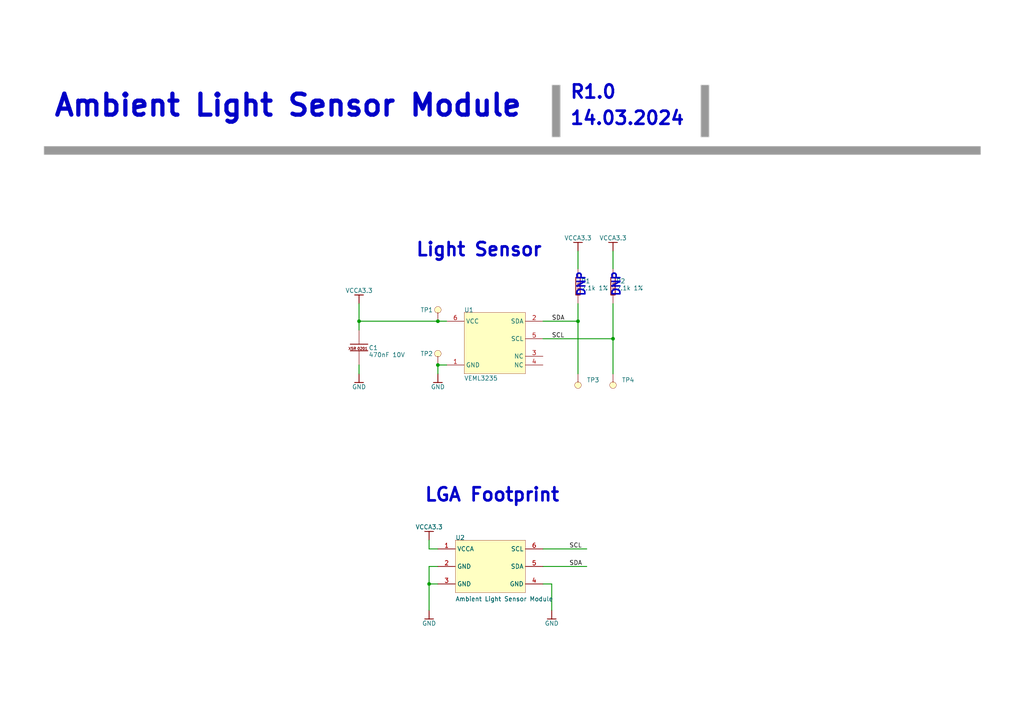
<source format=kicad_sch>
(kicad_sch (version 20231120) (generator "eeschema") (generator_version "8.0")
  (paper "A4")
  (title_block (title "Ambient Light Sensor Module") (date "2024-03-14") (rev "1.0") (company "OV Tech"))
  (lib_symbols
    (symbol "KiCad ABLS-PCB-R01_Raw-altium-import:GND_BAR" (power)
      (property "Reference" "#PWR" (at 0 0 0))
      (property "Value" "GND" (at 0 3.81 0))
      (symbol "GND_BAR_0_0"
        (polyline (pts (xy -1.27 -2.54) (xy 1.27 -2.54)) (stroke (width 0.254)))
        (polyline (pts (xy 0 0) (xy 0 -2.54)) (stroke (width 0.254)))
        (pin power_in line (at 0 0 0) (length 0) hide (name "GND") (number ""))
      )
    )
    (symbol "KiCad ABLS-PCB-R01_Raw-altium-import:VCCA3.3_BAR" (power)
      (property "Reference" "#PWR" (at 0 0 0))
      (property "Value" "VCCA3.3" (at 0 3.81 0))
      (symbol "VCCA3.3_BAR_0_0"
        (polyline (pts (xy -1.27 -2.54) (xy 1.27 -2.54)) (stroke (width 0.254)))
        (polyline (pts (xy 0 0) (xy 0 -2.54)) (stroke (width 0.254)))
        (pin power_in line (at 0 0 0) (length 0) hide (name "VCCA3.3") (number ""))
      )
    )
    (symbol "KiCad ABLS-PCB-R01_Raw-altium-import:root_0_ABLS-MOD-R01"
      (symbol "root_0_ABLS-MOD-R01_1_0"
        (rectangle (start 25.4 15.24) (end 5.08 0) (stroke (width 0.0254) (color 128 0 0 1)) (fill (type background)))
        (pin passive line (at 0 12.7 0) (length 5.08) (name "VCCA") (number "1"))
        (pin passive line (at 0 7.62 0) (length 5.08) (name "GND") (number "2"))
        (pin passive line (at 0 2.54 0) (length 5.08) (name "GND") (number "3"))
        (pin passive line (at 30.48 2.54 180) (length 5.08) (name "GND") (number "4"))
        (pin passive line (at 30.48 7.62 180) (length 5.08) (name "SDA") (number "5"))
        (pin passive line (at 30.48 12.7 180) (length 5.08) (name "SCL") (number "6"))
      )
    )
    (symbol "KiCad ABLS-PCB-R01_Raw-altium-import:root_0_Ambient Light Sensor_VEML3235"
      (symbol "root_0_Ambient Light Sensor_VEML3235_1_0"
        (rectangle (start 22.86 17.78) (end 5.08 0) (stroke (width 0.0254) (color 128 0 0 1)) (fill (type background)))
        (pin passive line (at 0 2.54 0) (length 5.08) (name "GND") (number "1"))
        (pin passive line (at 27.94 15.24 180) (length 5.08) (name "SDA") (number "2"))
        (pin passive line (at 27.94 5.08 180) (length 5.08) (name "NC") (number "3"))
        (pin passive line (at 27.94 2.54 180) (length 5.08) (name "NC") (number "4"))
        (pin passive line (at 27.94 10.16 180) (length 5.08) (name "SCL") (number "5"))
        (pin passive line (at 0 15.24 0) (length 5.08) (name "VCC") (number "6"))
      )
    )
    (symbol "KiCad ABLS-PCB-R01_Raw-altium-import:root_0_mirrored_CAP_0201_470nF_10V"
      (symbol "root_0_mirrored_CAP_0201_470nF_10V_1_0"
        (polyline (pts (xy 2.54 4.128) (xy -2.54 4.128)) (stroke (width 0.254)))
        (polyline (pts (xy 2.54 6.033) (xy -2.54 6.033)) (stroke (width 0.254)))
        (text "0201" (at 2.54 4.318 0) (effects (font (size 0.762 0.762)) (justify right bottom)))
        (text "X5R" (at -0.762 4.318 0) (effects (font (size 0.762 0.762)) (justify right bottom)))
        (pin passive line (at 0 10.16 270) (length 4.064) (name "1") (number "1"))
        (pin passive line (at 0 0 90) (length 4.064) (name "2") (number "2"))
      )
    )
    (symbol "KiCad ABLS-PCB-R01_Raw-altium-import:root_1_RES_0201_2.1k_1%"
      (symbol "root_1_RES_0201_2.1k_1%_1_0"
        (polyline (pts (xy 0.635 7.62) (xy 0 7.62)) (stroke (width 0.254)))
        (polyline (pts (xy 0 7.62) (xy -0.635 7.62) (xy -0.635 2.54) (xy 0.635 2.54) (xy 0.635 7.62)) (stroke (width 0.254)))
        (text "0201" (at 0.762 3.81 900) (effects (font (size 0.762 0.762)) (justify left bottom)))
        (pin passive line (at 0 0 90) (length 2.54) (name "1") (number "1"))
        (pin passive line (at 0 10.16 270) (length 2.54) (name "2") (number "2"))
      )
    )
    (symbol "KiCad ABLS-PCB-R01_Raw-altium-import:root_1_Testpoint 0.5mm"
      (symbol "root_1_Testpoint 0.5mm_1_0"
        (circle (center 0 3.302) (radius 0.953) (stroke (width 0.0254)) (fill (type background)))
        (pin passive line (at 0 0 90) (length 2.54) (name "TP") (number "TP"))
      )
    )
    (symbol "KiCad ABLS-PCB-R01_Raw-altium-import:root_3_Testpoint 0.5mm"
      (symbol "root_3_Testpoint 0.5mm_1_0"
        (circle (center 0 -3.302) (radius 0.953) (stroke (width 0.0254)) (fill (type background)))
        (pin passive line (at 0 0 270) (length 2.54) (name "TP") (number "TP"))
      )
    )
  )
  (junction (at 104.14 93.1672))
  (junction (at 127 93.1672))
  (junction (at 167.64 93.1672))
  (junction (at 177.8 98.2472))
  (junction (at 127 105.8672))
  (junction (at 124.46 169.3672))
  (wire (pts (xy 177.8 108.4072) (xy 177.8 98.2472)) (stroke (width 0.254)))
  (wire (pts (xy 157.48 159.2072) (xy 170.18 159.2072)) (stroke (width 0.254)))
  (wire (pts (xy 124.46 164.2872) (xy 127 164.2872)) (stroke (width 0.254)))
  (wire (pts (xy 124.46 169.3672) (xy 124.46 176.9872)) (stroke (width 0.254)))
  (wire (pts (xy 127 105.8672) (xy 129.54 105.8672)) (stroke (width 0.254)))
  (wire (pts (xy 124.46 159.2072) (xy 127 159.2072)) (stroke (width 0.254)))
  (wire (pts (xy 167.64 77.9272) (xy 167.64 72.8472)) (stroke (width 0.254)))
  (wire (pts (xy 157.48 98.2472) (xy 177.8 98.2472)) (stroke (width 0.254)))
  (wire (pts (xy 104.14 95.7072) (xy 104.14 93.1672)) (stroke (width 0.254)))
  (wire (pts (xy 167.64 93.1672) (xy 167.64 88.0872)) (stroke (width 0.254)))
  (wire (pts (xy 177.8 72.8472) (xy 177.8 77.9272)) (stroke (width 0.254)))
  (wire (pts (xy 104.14 93.1672) (xy 104.14 88.0872)) (stroke (width 0.254)))
  (wire (pts (xy 177.8 98.2472) (xy 177.8 88.0872)) (stroke (width 0.254)))
  (wire (pts (xy 157.48 93.1672) (xy 167.64 93.1672)) (stroke (width 0.254)))
  (wire (pts (xy 157.48 164.2872) (xy 170.18 164.2872)) (stroke (width 0.254)))
  (wire (pts (xy 127 93.1672) (xy 104.14 93.1672)) (stroke (width 0.254)))
  (wire (pts (xy 127 169.3672) (xy 124.46 169.3672)) (stroke (width 0.254)))
  (wire (pts (xy 160.02 169.3672) (xy 160.02 176.9872)) (stroke (width 0.254)))
  (wire (pts (xy 127 108.4072) (xy 127 105.8672)) (stroke (width 0.254)))
  (wire (pts (xy 104.14 105.8672) (xy 104.14 108.4072)) (stroke (width 0.254)))
  (wire (pts (xy 124.46 156.6672) (xy 124.46 159.2072)) (stroke (width 0.254)))
  (wire (pts (xy 129.54 93.1672) (xy 127 93.1672)) (stroke (width 0.254)))
  (wire (pts (xy 167.64 108.4072) (xy 167.64 93.1672)) (stroke (width 0.254)))
  (wire (pts (xy 124.46 169.3672) (xy 124.46 164.2872)) (stroke (width 0.254)))
  (wire (pts (xy 157.48 169.3672) (xy 160.02 169.3672)) (stroke (width 0.254)))
  (rectangle (start 162.56 24.5872) (end 160.02 39.8272) (stroke (width 0.0254) (color 255 255 255 1)) (fill (type color) (color 153 153 153 1)))
  (rectangle (start 205.74 24.5872) (end 203.2 39.8272) (stroke (width 0.0254) (color 255 255 255 1)) (fill (type color) (color 153 153 153 1)))
  (rectangle (start 12.7 42.3672) (end 284.48 44.9072) (stroke (width 0.0254) (color 255 255 255 1)) (fill (type color) (color 153 153 153 1)))
  (text "DNP" (at 169.926 86.3092 90) (effects (font (size 2.286 2.286) (bold yes)) (justify left bottom)))
  (text "14.03.2024" (at 165.1 32.2072 0) (effects (font (size 3.81 3.81) (bold yes)) (justify left top)))
  (text "DNP" (at 180.086 86.3092 90) (effects (font (size 2.286 2.286) (bold yes)) (justify left bottom)))
  (text "LGA Footprint" (at 162.56 141.4272 0) (effects (font (size 3.81 3.81) (bold yes)) (justify right top)))
  (text "Light Sensor" (at 157.48 70.3072 0) (effects (font (size 3.81 3.81) (bold yes)) (justify right top)))
  (text "R1.0" (at 165.1 24.5872 0) (effects (font (size 3.81 3.81) (bold yes)) (justify left top)))
  (text "Ambient Light Sensor Module" (at 15.24 27.178 0) (effects (font (size 6.096 6.096) (bold yes)) (justify left top)))
  (label "SDA" (at 165.1 164.2872 0))
  (label "SCL" (at 160.02 98.2472 0))
  (label "SCL" (at 165.1 159.2072 0))
  (label "SDA" (at 160.02 93.1672 0))
  (symbol (lib_id "KiCad ABLS-PCB-R01_Raw-altium-import:GND_BAR") (at 127 108.4072 0) (unit 1)
    (property "Reference" "#PWR?" (effects (hide yes)))
    (property "Value" "GND" (at 127 112.2172 0))
  )
  (symbol (lib_id "KiCad ABLS-PCB-R01_Raw-altium-import:VCCA3.3_BAR") (at 124.46 156.6672 180) (unit 1)
    (property "Reference" "#PWR?" (effects (hide yes)))
    (property "Value" "VCCA3.3" (at 124.46 152.8572 0))
  )
  (symbol (lib_id "KiCad ABLS-PCB-R01_Raw-altium-import:GND_BAR") (at 160.02 176.9872 0) (unit 1)
    (property "Reference" "#PWR?" (effects (hide yes)))
    (property "Value" "GND" (at 160.02 180.7972 0))
  )
  (symbol (lib_id "KiCad ABLS-PCB-R01_Raw-altium-import:root_1_Testpoint 0.5mm") (at 127 105.8672 0) (unit 1)
    (property "Reference" "TP2" (at 121.92 103.3272 0) (effects (justify left bottom)))
    (property "Value" "Testpoint 0.5mm" (effects (hide yes)))
    (property "Footprint" "QV_ElectroMech.PcbLib:TP_0.50mm" (effects (hide yes)))
  )
  (symbol (lib_id "KiCad ABLS-PCB-R01_Raw-altium-import:root_0_ABLS-MOD-R01") (at 127 171.9072 0) (unit 1)
    (property "Reference" "U2" (at 132.08 156.6672 0) (effects (justify left bottom)))
    (property "Value" "Ambient Light Sensor Module" (at 132.08 174.4472 0) (effects (justify left bottom)))
    (property "Footprint" "QV_ConMod.PcbLib:ABLS-R01-sensor-Module Footprint" (effects (hide yes)))
  )
  (symbol (lib_id "KiCad ABLS-PCB-R01_Raw-altium-import:root_1_RES_0201_2.1k_1%") (at 177.8 88.0872 0) (unit 1)
    (property "Reference" "R2" (at 178.689 82.2452 0) (effects (justify left bottom)))
    (property "Value" "2.1k 1%" (at 178.689 84.2772 0) (effects (justify left bottom)))
    (property "Footprint" "QV_Res.pcblib:RESC0603X03L" (effects (hide yes)))
    (property "MANUFACTURER 1" "Panasonic" (effects (hide yes)))
    (property "MANUFACTURER 1 PRT. NR." "ERJ-1GNF2101C" (effects (hide yes)))
    (property "MANUFACTURER 2" "Yageo" (effects (hide yes)))
    (property "MANUFACTURER 2 PRT. NR." "RC0201FR-072K1L" (effects (hide yes)))
  )
  (symbol (lib_id "KiCad ABLS-PCB-R01_Raw-altium-import:VCCA3.3_BAR") (at 167.64 72.8472 180) (unit 1)
    (property "Reference" "#PWR?" (effects (hide yes)))
    (property "Value" "VCCA3.3" (at 167.64 69.0372 0))
  )
  (symbol (lib_id "KiCad ABLS-PCB-R01_Raw-altium-import:root_3_Testpoint 0.5mm") (at 167.64 108.4072 0) (unit 1)
    (property "Reference" "TP3" (at 170.18 110.9472 0) (effects (justify left bottom)))
    (property "Value" "Testpoint 0.5mm" (effects (hide yes)))
    (property "Footprint" "QV_ElectroMech.PcbLib:TP_0.50mm" (effects (hide yes)))
  )
  (symbol (lib_id "KiCad ABLS-PCB-R01_Raw-altium-import:VCCA3.3_BAR") (at 104.14 88.0872 180) (unit 1)
    (property "Reference" "#PWR?" (effects (hide yes)))
    (property "Value" "VCCA3.3" (at 104.14 84.2772 0))
  )
  (symbol (lib_id "KiCad ABLS-PCB-R01_Raw-altium-import:root_0_mirrored_CAP_0201_470nF_10V") (at 104.14 105.8672 0) (unit 1)
    (property "Reference" "C1" (at 106.934 101.6122 0) (effects (justify left bottom)))
    (property "Value" "470nF 10V" (at 106.934 103.6442 0) (effects (justify left bottom)))
    (property "Footprint" "QV_Cap.pcblib:CAPC0603X03L" (effects (hide yes)))
    (property "MANUFACTURER 1" "Taiyo Yuden" (effects (hide yes)))
    (property "MANUFACTURER 1 PRT. NR." "LMK063BBJ474KPLF" (effects (hide yes)))
    (property "MANUFACTURER 2" "TDK" (effects (hide yes)))
    (property "MANUFACTURER 2 PRT. NR." "C0603X5R1A474M030BC" (effects (hide yes)))
  )
  (symbol (lib_id "KiCad ABLS-PCB-R01_Raw-altium-import:VCCA3.3_BAR") (at 177.8 72.8472 180) (unit 1)
    (property "Reference" "#PWR?" (effects (hide yes)))
    (property "Value" "VCCA3.3" (at 177.8 69.0372 0))
  )
  (symbol (lib_id "KiCad ABLS-PCB-R01_Raw-altium-import:GND_BAR") (at 104.14 108.4072 0) (unit 1)
    (property "Reference" "#PWR?" (effects (hide yes)))
    (property "Value" "GND" (at 104.14 112.2172 0))
  )
  (symbol (lib_id "KiCad ABLS-PCB-R01_Raw-altium-import:root_1_Testpoint 0.5mm") (at 127 93.1672 0) (unit 1)
    (property "Reference" "TP1" (at 121.92 90.6272 0) (effects (justify left bottom)))
    (property "Value" "Testpoint 0.5mm" (effects (hide yes)))
    (property "Footprint" "QV_ElectroMech.PcbLib:TP_0.50mm" (effects (hide yes)))
  )
  (symbol (lib_id "KiCad ABLS-PCB-R01_Raw-altium-import:root_3_Testpoint 0.5mm") (at 177.8 108.4072 0) (unit 1)
    (property "Reference" "TP4" (at 180.34 110.9472 0) (effects (justify left bottom)))
    (property "Value" "Testpoint 0.5mm" (effects (hide yes)))
    (property "Footprint" "QV_ElectroMech.PcbLib:TP_0.50mm" (effects (hide yes)))
  )
  (symbol (lib_id "KiCad ABLS-PCB-R01_Raw-altium-import:root_1_RES_0201_2.1k_1%") (at 167.64 88.0872 0) (unit 1)
    (property "Reference" "R1" (at 168.529 82.2452 0) (effects (justify left bottom)))
    (property "Value" "2.1k 1%" (at 168.529 84.2772 0) (effects (justify left bottom)))
    (property "Footprint" "QV_Res.pcblib:RESC0603X03L" (effects (hide yes)))
    (property "MANUFACTURER 1" "Panasonic" (effects (hide yes)))
    (property "MANUFACTURER 1 PRT. NR." "ERJ-1GNF2101C" (effects (hide yes)))
    (property "MANUFACTURER 2" "Yageo" (effects (hide yes)))
    (property "MANUFACTURER 2 PRT. NR." "RC0201FR-072K1L" (effects (hide yes)))
  )
  (symbol (lib_id "KiCad ABLS-PCB-R01_Raw-altium-import:root_0_Ambient Light Sensor_VEML3235") (at 129.54 108.4072 0) (unit 1)
    (property "Reference" "U1" (at 134.62 90.6272 0) (effects (justify left bottom)))
    (property "Value" "VEML3235" (at 134.62 110.4392 0) (effects (justify left bottom)))
    (property "Footprint" "QV_Active.PcbLib:Light Sensor_VEML3235" (effects (hide yes)))
    (property "MANUFACTURER 1" "Vishay Semiconductors" (effects (hide yes)))
    (property "MANUFACTURER 1 PRT. NR." "VEML3235" (effects (hide yes)))
  )
  (symbol (lib_id "KiCad ABLS-PCB-R01_Raw-altium-import:GND_BAR") (at 124.46 176.9872 0) (unit 1)
    (property "Reference" "#PWR?" (effects (hide yes)))
    (property "Value" "GND" (at 124.46 180.7972 0))
  )
)
</source>
